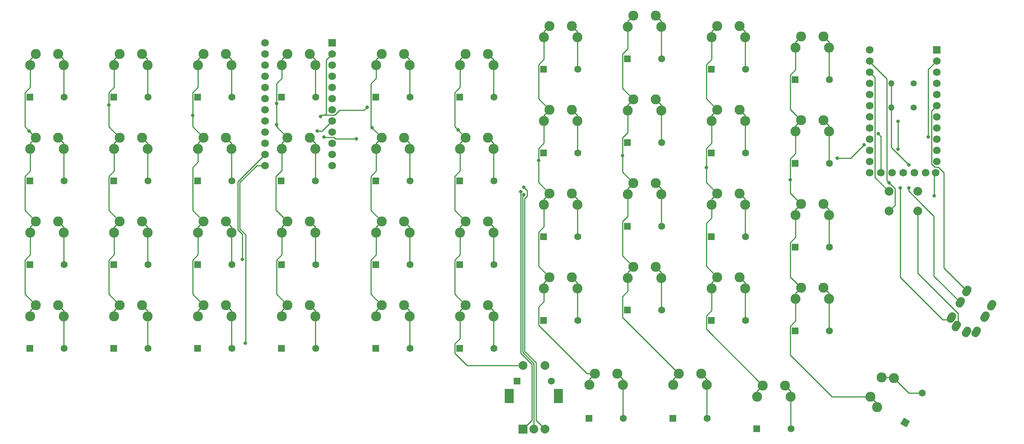
<source format=gbr>
%TF.GenerationSoftware,KiCad,Pcbnew,(5.1.9-0-10_14)*%
%TF.CreationDate,2021-09-05T14:47:07-05:00*%
%TF.ProjectId,wren-universal,7772656e-2d75-46e6-9976-657273616c2e,rev?*%
%TF.SameCoordinates,Original*%
%TF.FileFunction,Copper,L1,Top*%
%TF.FilePolarity,Positive*%
%FSLAX46Y46*%
G04 Gerber Fmt 4.6, Leading zero omitted, Abs format (unit mm)*
G04 Created by KiCad (PCBNEW (5.1.9-0-10_14)) date 2021-09-05 14:47:07*
%MOMM*%
%LPD*%
G01*
G04 APERTURE LIST*
%TA.AperFunction,ComponentPad*%
%ADD10C,2.286000*%
%TD*%
%TA.AperFunction,ComponentPad*%
%ADD11C,1.752600*%
%TD*%
%TA.AperFunction,ComponentPad*%
%ADD12R,1.752600X1.752600*%
%TD*%
%TA.AperFunction,ComponentPad*%
%ADD13C,1.600000*%
%TD*%
%TA.AperFunction,ComponentPad*%
%ADD14R,1.600000X1.600000*%
%TD*%
%TA.AperFunction,ComponentPad*%
%ADD15O,1.400000X1.400000*%
%TD*%
%TA.AperFunction,ComponentPad*%
%ADD16C,1.400000*%
%TD*%
%TA.AperFunction,ComponentPad*%
%ADD17C,0.100000*%
%TD*%
%TA.AperFunction,ComponentPad*%
%ADD18C,2.000000*%
%TD*%
%TA.AperFunction,ComponentPad*%
%ADD19R,2.000000X3.200000*%
%TD*%
%TA.AperFunction,ComponentPad*%
%ADD20R,2.000000X2.000000*%
%TD*%
%TA.AperFunction,ViaPad*%
%ADD21C,0.800000*%
%TD*%
%TA.AperFunction,Conductor*%
%ADD22C,0.250000*%
%TD*%
G04 APERTURE END LIST*
D10*
%TO.P,MX27,1*%
%TO.N,COL6*%
X102076250Y-98615500D03*
%TO.P,MX27,2*%
%TO.N,Net-(D27-Pad2)*%
X108426250Y-96075500D03*
%TO.P,MX27,1*%
%TO.N,COL6*%
X103346250Y-96075500D03*
%TO.P,MX27,2*%
%TO.N,Net-(D27-Pad2)*%
X109696250Y-98615500D03*
%TD*%
D11*
%TO.P,U2,24*%
%TO.N,N/C*%
X98244250Y-55435500D03*
%TO.P,U2,12*%
X113484250Y-83375500D03*
%TO.P,U2,23*%
X98244250Y-57975500D03*
%TO.P,U2,22*%
X98244250Y-60515500D03*
%TO.P,U2,21*%
X98244250Y-63055500D03*
%TO.P,U2,20*%
%TO.N,ROW0*%
X98244250Y-65595500D03*
%TO.P,U2,19*%
%TO.N,N/C*%
X98244250Y-68135500D03*
%TO.P,U2,18*%
X98244250Y-70675500D03*
%TO.P,U2,17*%
X98244250Y-73215500D03*
%TO.P,U2,16*%
X98244250Y-75755500D03*
%TO.P,U2,15*%
%TO.N,ROW1*%
X98244250Y-78295500D03*
%TO.P,U2,14*%
%TO.N,ROW2*%
X98244250Y-80835500D03*
%TO.P,U2,13*%
%TO.N,ROW3*%
X98244250Y-83375500D03*
%TO.P,U2,11*%
%TO.N,N/C*%
X113484250Y-80835500D03*
%TO.P,U2,10*%
X113484250Y-78295500D03*
%TO.P,U2,9*%
X113484250Y-75755500D03*
%TO.P,U2,8*%
%TO.N,COL9*%
X113484250Y-73215500D03*
%TO.P,U2,7*%
%TO.N,COL8*%
X113484250Y-70675500D03*
%TO.P,U2,6*%
%TO.N,N/C*%
X113484250Y-68135500D03*
%TO.P,U2,5*%
X113484250Y-65595500D03*
%TO.P,U2,4*%
X113484250Y-63055500D03*
%TO.P,U2,3*%
X113484250Y-60515500D03*
%TO.P,U2,2*%
%TO.N,COL7*%
X113484250Y-57975500D03*
D12*
%TO.P,U2,1*%
%TO.N,COL6*%
X113484250Y-55435500D03*
%TD*%
%TO.P,J1,3*%
%TO.N,VCC*%
%TA.AperFunction,ComponentPad*%
G36*
G01*
X260817011Y-117592649D02*
X261167011Y-116986431D01*
G75*
G02*
X262396434Y-116657008I779423J-450000D01*
G01*
X262396434Y-116657008D01*
G75*
G02*
X262725857Y-117886431I-450000J-779423D01*
G01*
X262375857Y-118492649D01*
G75*
G02*
X261146434Y-118822072I-779423J450000D01*
G01*
X261146434Y-118822072D01*
G75*
G02*
X260817011Y-117592649I450000J779423D01*
G01*
G37*
%TD.AperFunction*%
%TO.P,J1,2*%
%TO.N,SCL*%
%TA.AperFunction,ComponentPad*%
G36*
G01*
X262317011Y-114994573D02*
X262667011Y-114388355D01*
G75*
G02*
X263896434Y-114058932I779423J-450000D01*
G01*
X263896434Y-114058932D01*
G75*
G02*
X264225857Y-115288355I-450000J-779423D01*
G01*
X263875857Y-115894573D01*
G75*
G02*
X262646434Y-116223996I-779423J450000D01*
G01*
X262646434Y-116223996D01*
G75*
G02*
X262317011Y-114994573I450000J779423D01*
G01*
G37*
%TD.AperFunction*%
%TO.P,J1,1*%
%TO.N,SDA*%
%TA.AperFunction,ComponentPad*%
G36*
G01*
X258817011Y-121056751D02*
X259167011Y-120450533D01*
G75*
G02*
X260396434Y-120121110I779423J-450000D01*
G01*
X260396434Y-120121110D01*
G75*
G02*
X260725857Y-121350533I-450000J-779423D01*
G01*
X260375857Y-121956751D01*
G75*
G02*
X259146434Y-122286174I-779423J450000D01*
G01*
X259146434Y-122286174D01*
G75*
G02*
X258817011Y-121056751I450000J779423D01*
G01*
G37*
%TD.AperFunction*%
%TO.P,J1,4*%
%TO.N,GND*%
%TA.AperFunction,ComponentPad*%
G36*
G01*
X254283294Y-119709379D02*
X254633294Y-119103161D01*
G75*
G02*
X255862717Y-118773738I779423J-450000D01*
G01*
X255862717Y-118773738D01*
G75*
G02*
X256192140Y-120003161I-450000J-779423D01*
G01*
X255842140Y-120609379D01*
G75*
G02*
X254612717Y-120938802I-779423J450000D01*
G01*
X254612717Y-120938802D01*
G75*
G02*
X254283294Y-119709379I450000J779423D01*
G01*
G37*
%TD.AperFunction*%
%TO.P,J1,5*%
%TA.AperFunction,ComponentPad*%
G36*
G01*
X256621563Y-121059379D02*
X256971563Y-120453161D01*
G75*
G02*
X258200986Y-120123738I779423J-450000D01*
G01*
X258200986Y-120123738D01*
G75*
G02*
X258530409Y-121353161I-450000J-779423D01*
G01*
X258180409Y-121959379D01*
G75*
G02*
X256950986Y-122288802I-779423J450000D01*
G01*
X256950986Y-122288802D01*
G75*
G02*
X256621563Y-121059379I450000J779423D01*
G01*
G37*
%TD.AperFunction*%
%TO.P,J1,1*%
%TO.N,SDA*%
%TA.AperFunction,ComponentPad*%
G36*
G01*
X253187846Y-117806751D02*
X253537846Y-117200533D01*
G75*
G02*
X254767269Y-116871110I779423J-450000D01*
G01*
X254767269Y-116871110D01*
G75*
G02*
X255096692Y-118100533I-450000J-779423D01*
G01*
X254746692Y-118706751D01*
G75*
G02*
X253517269Y-119036174I-779423J450000D01*
G01*
X253517269Y-119036174D01*
G75*
G02*
X253187846Y-117806751I450000J779423D01*
G01*
G37*
%TD.AperFunction*%
%TO.P,J1,2*%
%TO.N,SCL*%
%TA.AperFunction,ComponentPad*%
G36*
G01*
X256687846Y-111744573D02*
X257037846Y-111138355D01*
G75*
G02*
X258267269Y-110808932I779423J-450000D01*
G01*
X258267269Y-110808932D01*
G75*
G02*
X258596692Y-112038355I-450000J-779423D01*
G01*
X258246692Y-112644573D01*
G75*
G02*
X257017269Y-112973996I-779423J450000D01*
G01*
X257017269Y-112973996D01*
G75*
G02*
X256687846Y-111744573I450000J779423D01*
G01*
G37*
%TD.AperFunction*%
%TO.P,J1,3*%
%TO.N,VCC*%
%TA.AperFunction,ComponentPad*%
G36*
G01*
X255187846Y-114342649D02*
X255537846Y-113736431D01*
G75*
G02*
X256767269Y-113407008I779423J-450000D01*
G01*
X256767269Y-113407008D01*
G75*
G02*
X257096692Y-114636431I-450000J-779423D01*
G01*
X256746692Y-115242649D01*
G75*
G02*
X255517269Y-115572072I-779423J450000D01*
G01*
X255517269Y-115572072D01*
G75*
G02*
X255187846Y-114342649I450000J779423D01*
G01*
G37*
%TD.AperFunction*%
%TD*%
D10*
%TO.P,MX39,1*%
%TO.N,COL8*%
X63976250Y-117665500D03*
%TO.P,MX39,2*%
%TO.N,Net-(D39-Pad2)*%
X70326250Y-115125500D03*
%TO.P,MX39,1*%
%TO.N,COL8*%
X65246250Y-115125500D03*
%TO.P,MX39,2*%
%TO.N,Net-(D39-Pad2)*%
X71596250Y-117665500D03*
%TD*%
%TO.P,MX36,1*%
%TO.N,COL5*%
X123507500Y-117665500D03*
%TO.P,MX36,2*%
%TO.N,Net-(D36-Pad2)*%
X129857500Y-115125500D03*
%TO.P,MX36,1*%
%TO.N,COL5*%
X124777500Y-115125500D03*
%TO.P,MX36,2*%
%TO.N,Net-(D36-Pad2)*%
X131127500Y-117665500D03*
%TD*%
%TO.P,MX21,1*%
%TO.N,COL0*%
X218757500Y-94646750D03*
%TO.P,MX21,2*%
%TO.N,Net-(D21-Pad2)*%
X225107500Y-92106750D03*
%TO.P,MX21,1*%
%TO.N,COL0*%
X220027500Y-92106750D03*
%TO.P,MX21,2*%
%TO.N,Net-(D21-Pad2)*%
X226377500Y-94646750D03*
%TD*%
%TO.P,MX41,1*%
%TO.N,COL0*%
X237284295Y-138332307D03*
%TO.P,MX41,2*%
%TO.N,Net-(D41-Pad2)*%
X238259591Y-131563045D03*
%TO.P,MX41,1*%
%TO.N,COL0*%
X235719591Y-135962455D03*
%TO.P,MX41,2*%
%TO.N,Net-(D41-Pad2)*%
X241094295Y-131733193D03*
%TD*%
%TO.P,MX10,1*%
%TO.N,COL9*%
X44926250Y-60515500D03*
%TO.P,MX10,2*%
%TO.N,Net-(D10-Pad2)*%
X51276250Y-57975500D03*
%TO.P,MX10,1*%
%TO.N,COL9*%
X46196250Y-57975500D03*
%TO.P,MX10,2*%
%TO.N,Net-(D10-Pad2)*%
X52546250Y-60515500D03*
%TD*%
%TO.P,MX15,1*%
%TO.N,COL4*%
X142557500Y-79565500D03*
%TO.P,MX15,2*%
%TO.N,Net-(D15-Pad2)*%
X148907500Y-77025500D03*
%TO.P,MX15,1*%
%TO.N,COL4*%
X143827500Y-77025500D03*
%TO.P,MX15,2*%
%TO.N,Net-(D15-Pad2)*%
X150177500Y-79565500D03*
%TD*%
%TO.P,MX44,1*%
%TO.N,COL3*%
X171920000Y-133254750D03*
%TO.P,MX44,2*%
%TO.N,Net-(D44-Pad2)*%
X178270000Y-130714750D03*
%TO.P,MX44,1*%
%TO.N,COL3*%
X173190000Y-130714750D03*
%TO.P,MX44,2*%
%TO.N,Net-(D44-Pad2)*%
X179540000Y-133254750D03*
%TD*%
%TO.P,MX43,1*%
%TO.N,COL2*%
X190970000Y-133254750D03*
%TO.P,MX43,2*%
%TO.N,Net-(D43-Pad2)*%
X197320000Y-130714750D03*
%TO.P,MX43,1*%
%TO.N,COL2*%
X192240000Y-130714750D03*
%TO.P,MX43,2*%
%TO.N,Net-(D43-Pad2)*%
X198590000Y-133254750D03*
%TD*%
%TO.P,MX42,1*%
%TO.N,COL1*%
X210020000Y-135921750D03*
%TO.P,MX42,2*%
%TO.N,Net-(D42-Pad2)*%
X216370000Y-133381750D03*
%TO.P,MX42,1*%
%TO.N,COL1*%
X211290000Y-133381750D03*
%TO.P,MX42,2*%
%TO.N,Net-(D42-Pad2)*%
X217640000Y-135921750D03*
%TD*%
%TO.P,MX40,1*%
%TO.N,COL9*%
X44926250Y-117665500D03*
%TO.P,MX40,2*%
%TO.N,Net-(D40-Pad2)*%
X51276250Y-115125500D03*
%TO.P,MX40,1*%
%TO.N,COL9*%
X46196250Y-115125500D03*
%TO.P,MX40,2*%
%TO.N,Net-(D40-Pad2)*%
X52546250Y-117665500D03*
%TD*%
%TO.P,MX38,1*%
%TO.N,COL7*%
X83026250Y-117665500D03*
%TO.P,MX38,2*%
%TO.N,Net-(D38-Pad2)*%
X89376250Y-115125500D03*
%TO.P,MX38,1*%
%TO.N,COL7*%
X84296250Y-115125500D03*
%TO.P,MX38,2*%
%TO.N,Net-(D38-Pad2)*%
X90646250Y-117665500D03*
%TD*%
%TO.P,MX37,1*%
%TO.N,COL6*%
X102076250Y-117665500D03*
%TO.P,MX37,2*%
%TO.N,Net-(D37-Pad2)*%
X108426250Y-115125500D03*
%TO.P,MX37,1*%
%TO.N,COL6*%
X103346250Y-115125500D03*
%TO.P,MX37,2*%
%TO.N,Net-(D37-Pad2)*%
X109696250Y-117665500D03*
%TD*%
%TO.P,MX35,1*%
%TO.N,COL4*%
X142557500Y-117665500D03*
%TO.P,MX35,2*%
%TO.N,Net-(D35-Pad2)*%
X148907500Y-115125500D03*
%TO.P,MX35,1*%
%TO.N,COL4*%
X143827500Y-115125500D03*
%TO.P,MX35,2*%
%TO.N,Net-(D35-Pad2)*%
X150177500Y-117665500D03*
%TD*%
%TO.P,MX34,1*%
%TO.N,COL3*%
X161607500Y-111315500D03*
%TO.P,MX34,2*%
%TO.N,Net-(D34-Pad2)*%
X167957500Y-108775500D03*
%TO.P,MX34,1*%
%TO.N,COL3*%
X162877500Y-108775500D03*
%TO.P,MX34,2*%
%TO.N,Net-(D34-Pad2)*%
X169227500Y-111315500D03*
%TD*%
%TO.P,MX33,1*%
%TO.N,COL2*%
X180657500Y-108934250D03*
%TO.P,MX33,2*%
%TO.N,Net-(D33-Pad2)*%
X187007500Y-106394250D03*
%TO.P,MX33,1*%
%TO.N,COL2*%
X181927500Y-106394250D03*
%TO.P,MX33,2*%
%TO.N,Net-(D33-Pad2)*%
X188277500Y-108934250D03*
%TD*%
%TO.P,MX32,1*%
%TO.N,COL1*%
X199707500Y-111315500D03*
%TO.P,MX32,2*%
%TO.N,Net-(D32-Pad2)*%
X206057500Y-108775500D03*
%TO.P,MX32,1*%
%TO.N,COL1*%
X200977500Y-108775500D03*
%TO.P,MX32,2*%
%TO.N,Net-(D32-Pad2)*%
X207327500Y-111315500D03*
%TD*%
%TO.P,MX31,1*%
%TO.N,COL0*%
X218757500Y-113696750D03*
%TO.P,MX31,2*%
%TO.N,Net-(D31-Pad2)*%
X225107500Y-111156750D03*
%TO.P,MX31,1*%
%TO.N,COL0*%
X220027500Y-111156750D03*
%TO.P,MX31,2*%
%TO.N,Net-(D31-Pad2)*%
X226377500Y-113696750D03*
%TD*%
%TO.P,MX30,1*%
%TO.N,COL9*%
X44926250Y-98615500D03*
%TO.P,MX30,2*%
%TO.N,Net-(D30-Pad2)*%
X51276250Y-96075500D03*
%TO.P,MX30,1*%
%TO.N,COL9*%
X46196250Y-96075500D03*
%TO.P,MX30,2*%
%TO.N,Net-(D30-Pad2)*%
X52546250Y-98615500D03*
%TD*%
%TO.P,MX29,1*%
%TO.N,COL8*%
X63976250Y-98615500D03*
%TO.P,MX29,2*%
%TO.N,Net-(D29-Pad2)*%
X70326250Y-96075500D03*
%TO.P,MX29,1*%
%TO.N,COL8*%
X65246250Y-96075500D03*
%TO.P,MX29,2*%
%TO.N,Net-(D29-Pad2)*%
X71596250Y-98615500D03*
%TD*%
%TO.P,MX28,1*%
%TO.N,COL7*%
X83026250Y-98615500D03*
%TO.P,MX28,2*%
%TO.N,Net-(D28-Pad2)*%
X89376250Y-96075500D03*
%TO.P,MX28,1*%
%TO.N,COL7*%
X84296250Y-96075500D03*
%TO.P,MX28,2*%
%TO.N,Net-(D28-Pad2)*%
X90646250Y-98615500D03*
%TD*%
%TO.P,MX26,1*%
%TO.N,COL5*%
X123507500Y-98615500D03*
%TO.P,MX26,2*%
%TO.N,Net-(D26-Pad2)*%
X129857500Y-96075500D03*
%TO.P,MX26,1*%
%TO.N,COL5*%
X124777500Y-96075500D03*
%TO.P,MX26,2*%
%TO.N,Net-(D26-Pad2)*%
X131127500Y-98615500D03*
%TD*%
%TO.P,MX25,1*%
%TO.N,COL4*%
X142557500Y-98615500D03*
%TO.P,MX25,2*%
%TO.N,Net-(D25-Pad2)*%
X148907500Y-96075500D03*
%TO.P,MX25,1*%
%TO.N,COL4*%
X143827500Y-96075500D03*
%TO.P,MX25,2*%
%TO.N,Net-(D25-Pad2)*%
X150177500Y-98615500D03*
%TD*%
%TO.P,MX24,1*%
%TO.N,COL3*%
X161607500Y-92265500D03*
%TO.P,MX24,2*%
%TO.N,Net-(D24-Pad2)*%
X167957500Y-89725500D03*
%TO.P,MX24,1*%
%TO.N,COL3*%
X162877500Y-89725500D03*
%TO.P,MX24,2*%
%TO.N,Net-(D24-Pad2)*%
X169227500Y-92265500D03*
%TD*%
%TO.P,MX23,1*%
%TO.N,COL2*%
X180657500Y-89884250D03*
%TO.P,MX23,2*%
%TO.N,Net-(D23-Pad2)*%
X187007500Y-87344250D03*
%TO.P,MX23,1*%
%TO.N,COL2*%
X181927500Y-87344250D03*
%TO.P,MX23,2*%
%TO.N,Net-(D23-Pad2)*%
X188277500Y-89884250D03*
%TD*%
%TO.P,MX22,1*%
%TO.N,COL1*%
X199707500Y-92265500D03*
%TO.P,MX22,2*%
%TO.N,Net-(D22-Pad2)*%
X206057500Y-89725500D03*
%TO.P,MX22,1*%
%TO.N,COL1*%
X200977500Y-89725500D03*
%TO.P,MX22,2*%
%TO.N,Net-(D22-Pad2)*%
X207327500Y-92265500D03*
%TD*%
%TO.P,MX20,1*%
%TO.N,COL9*%
X44926250Y-79565500D03*
%TO.P,MX20,2*%
%TO.N,Net-(D20-Pad2)*%
X51276250Y-77025500D03*
%TO.P,MX20,1*%
%TO.N,COL9*%
X46196250Y-77025500D03*
%TO.P,MX20,2*%
%TO.N,Net-(D20-Pad2)*%
X52546250Y-79565500D03*
%TD*%
%TO.P,MX19,1*%
%TO.N,COL8*%
X63976250Y-79565500D03*
%TO.P,MX19,2*%
%TO.N,Net-(D19-Pad2)*%
X70326250Y-77025500D03*
%TO.P,MX19,1*%
%TO.N,COL8*%
X65246250Y-77025500D03*
%TO.P,MX19,2*%
%TO.N,Net-(D19-Pad2)*%
X71596250Y-79565500D03*
%TD*%
%TO.P,MX18,1*%
%TO.N,COL7*%
X83026250Y-79565500D03*
%TO.P,MX18,2*%
%TO.N,Net-(D18-Pad2)*%
X89376250Y-77025500D03*
%TO.P,MX18,1*%
%TO.N,COL7*%
X84296250Y-77025500D03*
%TO.P,MX18,2*%
%TO.N,Net-(D18-Pad2)*%
X90646250Y-79565500D03*
%TD*%
%TO.P,MX17,1*%
%TO.N,COL6*%
X102076250Y-79565500D03*
%TO.P,MX17,2*%
%TO.N,Net-(D17-Pad2)*%
X108426250Y-77025500D03*
%TO.P,MX17,1*%
%TO.N,COL6*%
X103346250Y-77025500D03*
%TO.P,MX17,2*%
%TO.N,Net-(D17-Pad2)*%
X109696250Y-79565500D03*
%TD*%
%TO.P,MX16,1*%
%TO.N,COL5*%
X123507500Y-79565500D03*
%TO.P,MX16,2*%
%TO.N,Net-(D16-Pad2)*%
X129857500Y-77025500D03*
%TO.P,MX16,1*%
%TO.N,COL5*%
X124777500Y-77025500D03*
%TO.P,MX16,2*%
%TO.N,Net-(D16-Pad2)*%
X131127500Y-79565500D03*
%TD*%
%TO.P,MX14,1*%
%TO.N,COL3*%
X161607500Y-73215500D03*
%TO.P,MX14,2*%
%TO.N,Net-(D14-Pad2)*%
X167957500Y-70675500D03*
%TO.P,MX14,1*%
%TO.N,COL3*%
X162877500Y-70675500D03*
%TO.P,MX14,2*%
%TO.N,Net-(D14-Pad2)*%
X169227500Y-73215500D03*
%TD*%
%TO.P,MX13,1*%
%TO.N,COL2*%
X180657500Y-70834250D03*
%TO.P,MX13,2*%
%TO.N,Net-(D13-Pad2)*%
X187007500Y-68294250D03*
%TO.P,MX13,1*%
%TO.N,COL2*%
X181927500Y-68294250D03*
%TO.P,MX13,2*%
%TO.N,Net-(D13-Pad2)*%
X188277500Y-70834250D03*
%TD*%
%TO.P,MX12,1*%
%TO.N,COL1*%
X199707500Y-73215500D03*
%TO.P,MX12,2*%
%TO.N,Net-(D12-Pad2)*%
X206057500Y-70675500D03*
%TO.P,MX12,1*%
%TO.N,COL1*%
X200977500Y-70675500D03*
%TO.P,MX12,2*%
%TO.N,Net-(D12-Pad2)*%
X207327500Y-73215500D03*
%TD*%
%TO.P,MX11,1*%
%TO.N,COL0*%
X218757500Y-75596750D03*
%TO.P,MX11,2*%
%TO.N,Net-(D11-Pad2)*%
X225107500Y-73056750D03*
%TO.P,MX11,1*%
%TO.N,COL0*%
X220027500Y-73056750D03*
%TO.P,MX11,2*%
%TO.N,Net-(D11-Pad2)*%
X226377500Y-75596750D03*
%TD*%
%TO.P,MX9,1*%
%TO.N,COL8*%
X63976250Y-60515500D03*
%TO.P,MX9,2*%
%TO.N,Net-(D9-Pad2)*%
X70326250Y-57975500D03*
%TO.P,MX9,1*%
%TO.N,COL8*%
X65246250Y-57975500D03*
%TO.P,MX9,2*%
%TO.N,Net-(D9-Pad2)*%
X71596250Y-60515500D03*
%TD*%
%TO.P,MX8,1*%
%TO.N,COL7*%
X83026250Y-60515500D03*
%TO.P,MX8,2*%
%TO.N,Net-(D8-Pad2)*%
X89376250Y-57975500D03*
%TO.P,MX8,1*%
%TO.N,COL7*%
X84296250Y-57975500D03*
%TO.P,MX8,2*%
%TO.N,Net-(D8-Pad2)*%
X90646250Y-60515500D03*
%TD*%
%TO.P,MX7,1*%
%TO.N,COL6*%
X102076250Y-60515500D03*
%TO.P,MX7,2*%
%TO.N,Net-(D7-Pad2)*%
X108426250Y-57975500D03*
%TO.P,MX7,1*%
%TO.N,COL6*%
X103346250Y-57975500D03*
%TO.P,MX7,2*%
%TO.N,Net-(D7-Pad2)*%
X109696250Y-60515500D03*
%TD*%
%TO.P,MX6,1*%
%TO.N,COL5*%
X123507500Y-60515500D03*
%TO.P,MX6,2*%
%TO.N,Net-(D6-Pad2)*%
X129857500Y-57975500D03*
%TO.P,MX6,1*%
%TO.N,COL5*%
X124777500Y-57975500D03*
%TO.P,MX6,2*%
%TO.N,Net-(D6-Pad2)*%
X131127500Y-60515500D03*
%TD*%
%TO.P,MX5,1*%
%TO.N,COL4*%
X142557500Y-60515500D03*
%TO.P,MX5,2*%
%TO.N,Net-(D5-Pad2)*%
X148907500Y-57975500D03*
%TO.P,MX5,1*%
%TO.N,COL4*%
X143827500Y-57975500D03*
%TO.P,MX5,2*%
%TO.N,Net-(D5-Pad2)*%
X150177500Y-60515500D03*
%TD*%
%TO.P,MX4,1*%
%TO.N,COL3*%
X161607500Y-54165500D03*
%TO.P,MX4,2*%
%TO.N,Net-(D4-Pad2)*%
X167957500Y-51625500D03*
%TO.P,MX4,1*%
%TO.N,COL3*%
X162877500Y-51625500D03*
%TO.P,MX4,2*%
%TO.N,Net-(D4-Pad2)*%
X169227500Y-54165500D03*
%TD*%
%TO.P,MX3,1*%
%TO.N,COL2*%
X180657500Y-51784250D03*
%TO.P,MX3,2*%
%TO.N,Net-(D3-Pad2)*%
X187007500Y-49244250D03*
%TO.P,MX3,1*%
%TO.N,COL2*%
X181927500Y-49244250D03*
%TO.P,MX3,2*%
%TO.N,Net-(D3-Pad2)*%
X188277500Y-51784250D03*
%TD*%
%TO.P,MX2,1*%
%TO.N,COL1*%
X199707500Y-54165500D03*
%TO.P,MX2,2*%
%TO.N,Net-(D2-Pad2)*%
X206057500Y-51625500D03*
%TO.P,MX2,1*%
%TO.N,COL1*%
X200977500Y-51625500D03*
%TO.P,MX2,2*%
%TO.N,Net-(D2-Pad2)*%
X207327500Y-54165500D03*
%TD*%
%TO.P,MX1,1*%
%TO.N,COL0*%
X218757500Y-56546750D03*
%TO.P,MX1,2*%
%TO.N,Net-(D1-Pad2)*%
X225107500Y-54006750D03*
%TO.P,MX1,1*%
%TO.N,COL0*%
X220027500Y-54006750D03*
%TO.P,MX1,2*%
%TO.N,Net-(D1-Pad2)*%
X226377500Y-56546750D03*
%TD*%
D11*
%TO.P,U1,25*%
%TO.N,N/C*%
X248285000Y-84963000D03*
%TO.P,U1,26*%
X245745000Y-84963000D03*
%TO.P,U1,27*%
X243205000Y-84963000D03*
%TO.P,U1,28*%
X240665000Y-84963000D03*
%TO.P,U1,29*%
%TO.N,COL9*%
X238125000Y-84963000D03*
%TO.P,U1,24*%
%TO.N,N/C*%
X235585000Y-57023000D03*
%TO.P,U1,12*%
%TO.N,ROW4*%
X250596400Y-84963000D03*
%TO.P,U1,23*%
%TO.N,GND*%
X235585000Y-59563000D03*
%TO.P,U1,22*%
%TO.N,Net-(SW0-Pad1)*%
X235585000Y-62103000D03*
%TO.P,U1,21*%
%TO.N,VCC*%
X235585000Y-64643000D03*
%TO.P,U1,20*%
%TO.N,COL7*%
X235585000Y-67183000D03*
%TO.P,U1,19*%
%TO.N,COL6*%
X235585000Y-69723000D03*
%TO.P,U1,18*%
%TO.N,COL5*%
X235585000Y-72263000D03*
%TO.P,U1,17*%
%TO.N,COL4*%
X235585000Y-74803000D03*
%TO.P,U1,16*%
%TO.N,COL3*%
X235585000Y-77343000D03*
%TO.P,U1,15*%
%TO.N,COL2*%
X235585000Y-79883000D03*
%TO.P,U1,14*%
%TO.N,COL1*%
X235585000Y-82423000D03*
%TO.P,U1,13*%
%TO.N,COL0*%
X235585000Y-84963000D03*
%TO.P,U1,11*%
%TO.N,RIGHT*%
X250825000Y-82423000D03*
%TO.P,U1,10*%
%TO.N,LEFT*%
X250825000Y-79883000D03*
%TO.P,U1,9*%
%TO.N,COL8*%
X250825000Y-77343000D03*
%TO.P,U1,8*%
%TO.N,ROW2*%
X250825000Y-74803000D03*
%TO.P,U1,7*%
%TO.N,ROW3*%
X250825000Y-72263000D03*
%TO.P,U1,6*%
%TO.N,SCL*%
X250825000Y-69723000D03*
%TO.P,U1,5*%
%TO.N,SDA*%
X250825000Y-67183000D03*
%TO.P,U1,4*%
%TO.N,N/C*%
X250825000Y-64643000D03*
%TO.P,U1,3*%
X250825000Y-62103000D03*
%TO.P,U1,2*%
%TO.N,ROW1*%
X250825000Y-59563000D03*
D12*
%TO.P,U1,1*%
%TO.N,ROW0*%
X250825000Y-57023000D03*
%TD*%
D13*
%TO.P,D43,2*%
%TO.N,Net-(D43-Pad2)*%
X198680000Y-140843000D03*
D14*
%TO.P,D43,1*%
%TO.N,ROW4*%
X190880000Y-140843000D03*
%TD*%
D15*
%TO.P,R2,2*%
%TO.N,VCC*%
X240490000Y-70199250D03*
D16*
%TO.P,R2,1*%
%TO.N,SCL*%
X245570000Y-70199250D03*
%TD*%
D15*
%TO.P,R1,2*%
%TO.N,VCC*%
X240490000Y-64643000D03*
D16*
%TO.P,R1,1*%
%TO.N,SDA*%
X245570000Y-64643000D03*
%TD*%
D13*
%TO.P,D45,2*%
%TO.N,ENC1-IN*%
X163247000Y-132365750D03*
D14*
%TO.P,D45,1*%
%TO.N,ROW4*%
X155447000Y-132365750D03*
%TD*%
D13*
%TO.P,D44,2*%
%TO.N,Net-(D44-Pad2)*%
X179630000Y-140843000D03*
D14*
%TO.P,D44,1*%
%TO.N,ROW4*%
X171830000Y-140843000D03*
%TD*%
D13*
%TO.P,D42,2*%
%TO.N,Net-(D42-Pad2)*%
X217730000Y-143224250D03*
D14*
%TO.P,D42,1*%
%TO.N,ROW4*%
X209930000Y-143224250D03*
%TD*%
D13*
%TO.P,D41,2*%
%TO.N,Net-(D41-Pad2)*%
X247523000Y-135084251D03*
%TA.AperFunction,ComponentPad*%
D17*
%TO.P,D41,1*%
%TO.N,ROW4*%
G36*
X243915820Y-142932069D02*
G01*
X242530180Y-142132069D01*
X243330180Y-140746429D01*
X244715820Y-141546429D01*
X243915820Y-142932069D01*
G37*
%TD.AperFunction*%
%TD*%
D13*
%TO.P,D40,2*%
%TO.N,Net-(D40-Pad2)*%
X52630000Y-124968000D03*
D14*
%TO.P,D40,1*%
%TO.N,ROW3*%
X44830000Y-124968000D03*
%TD*%
D13*
%TO.P,D39,2*%
%TO.N,Net-(D39-Pad2)*%
X71680000Y-124968000D03*
D14*
%TO.P,D39,1*%
%TO.N,ROW3*%
X63880000Y-124968000D03*
%TD*%
D13*
%TO.P,D38,2*%
%TO.N,Net-(D38-Pad2)*%
X90730000Y-124968000D03*
D14*
%TO.P,D38,1*%
%TO.N,ROW3*%
X82930000Y-124968000D03*
%TD*%
D13*
%TO.P,D37,2*%
%TO.N,Net-(D37-Pad2)*%
X109780000Y-124968000D03*
D14*
%TO.P,D37,1*%
%TO.N,ROW3*%
X101980000Y-124968000D03*
%TD*%
D13*
%TO.P,D36,2*%
%TO.N,Net-(D36-Pad2)*%
X131211250Y-124968000D03*
D14*
%TO.P,D36,1*%
%TO.N,ROW3*%
X123411250Y-124968000D03*
%TD*%
D13*
%TO.P,D35,2*%
%TO.N,Net-(D35-Pad2)*%
X150261250Y-124968000D03*
D14*
%TO.P,D35,1*%
%TO.N,ROW3*%
X142461250Y-124968000D03*
%TD*%
D13*
%TO.P,D34,2*%
%TO.N,Net-(D34-Pad2)*%
X169311250Y-118618000D03*
D14*
%TO.P,D34,1*%
%TO.N,ROW3*%
X161511250Y-118618000D03*
%TD*%
D13*
%TO.P,D33,2*%
%TO.N,Net-(D33-Pad2)*%
X188361250Y-116236750D03*
D14*
%TO.P,D33,1*%
%TO.N,ROW3*%
X180561250Y-116236750D03*
%TD*%
D13*
%TO.P,D32,2*%
%TO.N,Net-(D32-Pad2)*%
X207411250Y-118618000D03*
D14*
%TO.P,D32,1*%
%TO.N,ROW3*%
X199611250Y-118618000D03*
%TD*%
D13*
%TO.P,D31,2*%
%TO.N,Net-(D31-Pad2)*%
X226461250Y-120999250D03*
D14*
%TO.P,D31,1*%
%TO.N,ROW3*%
X218661250Y-120999250D03*
%TD*%
D13*
%TO.P,D30,2*%
%TO.N,Net-(D30-Pad2)*%
X52630000Y-105918000D03*
D14*
%TO.P,D30,1*%
%TO.N,ROW2*%
X44830000Y-105918000D03*
%TD*%
D13*
%TO.P,D29,2*%
%TO.N,Net-(D29-Pad2)*%
X71680000Y-105918000D03*
D14*
%TO.P,D29,1*%
%TO.N,ROW2*%
X63880000Y-105918000D03*
%TD*%
D13*
%TO.P,D28,2*%
%TO.N,Net-(D28-Pad2)*%
X90730000Y-105918000D03*
D14*
%TO.P,D28,1*%
%TO.N,ROW2*%
X82930000Y-105918000D03*
%TD*%
D13*
%TO.P,D27,2*%
%TO.N,Net-(D27-Pad2)*%
X109780000Y-105918000D03*
D14*
%TO.P,D27,1*%
%TO.N,ROW2*%
X101980000Y-105918000D03*
%TD*%
D13*
%TO.P,D26,2*%
%TO.N,Net-(D26-Pad2)*%
X131211250Y-105918000D03*
D14*
%TO.P,D26,1*%
%TO.N,ROW2*%
X123411250Y-105918000D03*
%TD*%
D13*
%TO.P,D25,2*%
%TO.N,Net-(D25-Pad2)*%
X150261250Y-105918000D03*
D14*
%TO.P,D25,1*%
%TO.N,ROW2*%
X142461250Y-105918000D03*
%TD*%
D13*
%TO.P,D24,2*%
%TO.N,Net-(D24-Pad2)*%
X169311250Y-99568000D03*
D14*
%TO.P,D24,1*%
%TO.N,ROW2*%
X161511250Y-99568000D03*
%TD*%
D13*
%TO.P,D23,2*%
%TO.N,Net-(D23-Pad2)*%
X188361250Y-97186750D03*
D14*
%TO.P,D23,1*%
%TO.N,ROW2*%
X180561250Y-97186750D03*
%TD*%
D13*
%TO.P,D22,2*%
%TO.N,Net-(D22-Pad2)*%
X207411250Y-99568000D03*
D14*
%TO.P,D22,1*%
%TO.N,ROW2*%
X199611250Y-99568000D03*
%TD*%
D13*
%TO.P,D21,2*%
%TO.N,Net-(D21-Pad2)*%
X226461250Y-101949250D03*
D14*
%TO.P,D21,1*%
%TO.N,ROW2*%
X218661250Y-101949250D03*
%TD*%
D13*
%TO.P,D20,2*%
%TO.N,Net-(D20-Pad2)*%
X52630000Y-86868000D03*
D14*
%TO.P,D20,1*%
%TO.N,ROW1*%
X44830000Y-86868000D03*
%TD*%
D13*
%TO.P,D19,2*%
%TO.N,Net-(D19-Pad2)*%
X71680000Y-86868000D03*
D14*
%TO.P,D19,1*%
%TO.N,ROW1*%
X63880000Y-86868000D03*
%TD*%
D13*
%TO.P,D18,2*%
%TO.N,Net-(D18-Pad2)*%
X90730000Y-86868000D03*
D14*
%TO.P,D18,1*%
%TO.N,ROW1*%
X82930000Y-86868000D03*
%TD*%
D13*
%TO.P,D17,2*%
%TO.N,Net-(D17-Pad2)*%
X109653000Y-86868000D03*
D14*
%TO.P,D17,1*%
%TO.N,ROW1*%
X101853000Y-86868000D03*
%TD*%
D13*
%TO.P,D16,2*%
%TO.N,Net-(D16-Pad2)*%
X131211250Y-86868000D03*
D14*
%TO.P,D16,1*%
%TO.N,ROW1*%
X123411250Y-86868000D03*
%TD*%
D13*
%TO.P,D15,2*%
%TO.N,Net-(D15-Pad2)*%
X150261250Y-86868000D03*
D14*
%TO.P,D15,1*%
%TO.N,ROW1*%
X142461250Y-86868000D03*
%TD*%
D13*
%TO.P,D14,2*%
%TO.N,Net-(D14-Pad2)*%
X169311250Y-80518000D03*
D14*
%TO.P,D14,1*%
%TO.N,ROW1*%
X161511250Y-80518000D03*
%TD*%
D13*
%TO.P,D13,2*%
%TO.N,Net-(D13-Pad2)*%
X188361250Y-78136750D03*
D14*
%TO.P,D13,1*%
%TO.N,ROW1*%
X180561250Y-78136750D03*
%TD*%
D13*
%TO.P,D12,2*%
%TO.N,Net-(D12-Pad2)*%
X207411250Y-80518000D03*
D14*
%TO.P,D12,1*%
%TO.N,ROW1*%
X199611250Y-80518000D03*
%TD*%
D13*
%TO.P,D11,2*%
%TO.N,Net-(D11-Pad2)*%
X226461250Y-82899250D03*
D14*
%TO.P,D11,1*%
%TO.N,ROW1*%
X218661250Y-82899250D03*
%TD*%
D13*
%TO.P,D10,2*%
%TO.N,Net-(D10-Pad2)*%
X52630000Y-67818000D03*
D14*
%TO.P,D10,1*%
%TO.N,ROW0*%
X44830000Y-67818000D03*
%TD*%
D13*
%TO.P,D9,2*%
%TO.N,Net-(D9-Pad2)*%
X71680000Y-67818000D03*
D14*
%TO.P,D9,1*%
%TO.N,ROW0*%
X63880000Y-67818000D03*
%TD*%
D13*
%TO.P,D8,2*%
%TO.N,Net-(D8-Pad2)*%
X90730000Y-67818000D03*
D14*
%TO.P,D8,1*%
%TO.N,ROW0*%
X82930000Y-67818000D03*
%TD*%
D13*
%TO.P,D7,2*%
%TO.N,Net-(D7-Pad2)*%
X109780000Y-67818000D03*
D14*
%TO.P,D7,1*%
%TO.N,ROW0*%
X101980000Y-67818000D03*
%TD*%
D13*
%TO.P,D6,2*%
%TO.N,Net-(D6-Pad2)*%
X131211250Y-67818000D03*
D14*
%TO.P,D6,1*%
%TO.N,ROW0*%
X123411250Y-67818000D03*
%TD*%
D13*
%TO.P,D5,2*%
%TO.N,Net-(D5-Pad2)*%
X150261250Y-67818000D03*
D14*
%TO.P,D5,1*%
%TO.N,ROW0*%
X142461250Y-67818000D03*
%TD*%
D13*
%TO.P,D4,2*%
%TO.N,Net-(D4-Pad2)*%
X169311250Y-61468000D03*
D14*
%TO.P,D4,1*%
%TO.N,ROW0*%
X161511250Y-61468000D03*
%TD*%
D13*
%TO.P,D3,2*%
%TO.N,Net-(D3-Pad2)*%
X188361250Y-59086750D03*
D14*
%TO.P,D3,1*%
%TO.N,ROW0*%
X180561250Y-59086750D03*
%TD*%
D13*
%TO.P,D2,2*%
%TO.N,Net-(D2-Pad2)*%
X207411250Y-61468000D03*
D14*
%TO.P,D2,1*%
%TO.N,ROW0*%
X199611250Y-61468000D03*
%TD*%
D13*
%TO.P,D1,2*%
%TO.N,Net-(D1-Pad2)*%
X226461250Y-63849250D03*
D14*
%TO.P,D1,1*%
%TO.N,ROW0*%
X218661250Y-63849250D03*
%TD*%
D18*
%TO.P,ENC1,S1*%
%TO.N,ENC1-IN*%
X161807000Y-128809750D03*
%TO.P,ENC1,S2*%
%TO.N,COL4*%
X156807000Y-128809750D03*
D19*
%TO.P,ENC1,MP*%
%TO.N,N/C*%
X164907000Y-135809750D03*
X153707000Y-135809750D03*
D18*
%TO.P,ENC1,B*%
%TO.N,RIGHT*%
X161807000Y-143309750D03*
%TO.P,ENC1,C*%
%TO.N,GND*%
X159307000Y-143309750D03*
D20*
%TO.P,ENC1,A*%
%TO.N,LEFT*%
X156807000Y-143309750D03*
%TD*%
D18*
%TO.P,SW0,1*%
%TO.N,Net-(SW0-Pad1)*%
X246466500Y-89249250D03*
%TO.P,SW0,2*%
%TO.N,GND*%
X246466500Y-93749250D03*
%TO.P,SW0,1*%
%TO.N,Net-(SW0-Pad1)*%
X239966500Y-89249250D03*
%TO.P,SW0,2*%
%TO.N,GND*%
X239966500Y-93749250D03*
%TD*%
D21*
%TO.N,ROW1*%
X228212750Y-81724500D03*
X234308750Y-78676500D03*
X248898699Y-76898500D03*
%TO.N,ROW2*%
X93084750Y-104711500D03*
%TO.N,ROW3*%
X93719750Y-123761500D03*
%TO.N,ROW4*%
X250183750Y-90233500D03*
%TO.N,COL0*%
X217536249Y-86569279D03*
%TO.N,COL1*%
X198486249Y-83825768D03*
%TO.N,COL2*%
X179436249Y-81094750D03*
%TO.N,COL3*%
X160386249Y-82223999D03*
%TO.N,COL4*%
X142073472Y-75271472D03*
%TO.N,COL5*%
X122520125Y-74768125D03*
%TO.N,COL6*%
X100854999Y-69255251D03*
X100854999Y-74081251D03*
%TO.N,COL7*%
X121405750Y-70055501D03*
X110829000Y-72176251D03*
X81804999Y-71968749D03*
%TO.N,COL8*%
X62754999Y-69555749D03*
%TO.N,COL9*%
X237511300Y-76136500D03*
X118992750Y-77279500D03*
X44685000Y-75514250D03*
X110102750Y-75501500D03*
X111626750Y-76898500D03*
%TO.N,VCC*%
X244437000Y-83216750D03*
X244437000Y-88423750D03*
%TO.N,SDA*%
X242024000Y-73310750D03*
X242532000Y-88423750D03*
X242024000Y-79660750D03*
%TO.N,GND*%
X239975501Y-87297249D03*
X157024000Y-90019858D03*
%TO.N,LEFT*%
X156299000Y-89312750D03*
%TO.N,RIGHT*%
X157024000Y-88296750D03*
%TD*%
D22*
%TO.N,Net-(D1-Pad2)*%
X226377500Y-55276750D02*
X226377500Y-56546750D01*
X225107500Y-54006750D02*
X226377500Y-55276750D01*
X226377500Y-63765500D02*
X226461250Y-63849250D01*
X226377500Y-56546750D02*
X226377500Y-63765500D01*
%TO.N,Net-(D2-Pad2)*%
X207327500Y-52895500D02*
X207327500Y-54165500D01*
X206057500Y-51625500D02*
X207327500Y-52895500D01*
X207327500Y-61384250D02*
X207411250Y-61468000D01*
X207327500Y-54165500D02*
X207327500Y-61384250D01*
%TO.N,Net-(D3-Pad2)*%
X188277500Y-50514250D02*
X188277500Y-51784250D01*
X187007500Y-49244250D02*
X188277500Y-50514250D01*
X188277500Y-59003000D02*
X188361250Y-59086750D01*
X188277500Y-51784250D02*
X188277500Y-59003000D01*
%TO.N,Net-(D4-Pad2)*%
X169227500Y-52895500D02*
X169227500Y-54165500D01*
X167957500Y-51625500D02*
X169227500Y-52895500D01*
X169227500Y-61384250D02*
X169311250Y-61468000D01*
X169227500Y-54165500D02*
X169227500Y-61384250D01*
%TO.N,Net-(D5-Pad2)*%
X150177500Y-59245500D02*
X150177500Y-60515500D01*
X148907500Y-57975500D02*
X150177500Y-59245500D01*
X150177500Y-67734250D02*
X150261250Y-67818000D01*
X150177500Y-60515500D02*
X150177500Y-67734250D01*
%TO.N,Net-(D6-Pad2)*%
X131127500Y-59245500D02*
X131127500Y-60515500D01*
X129857500Y-57975500D02*
X131127500Y-59245500D01*
X131127500Y-67734250D02*
X131211250Y-67818000D01*
X131127500Y-60515500D02*
X131127500Y-67734250D01*
%TO.N,Net-(D7-Pad2)*%
X109696250Y-59245500D02*
X109696250Y-60515500D01*
X108426250Y-57975500D02*
X109696250Y-59245500D01*
X109696250Y-67734250D02*
X109780000Y-67818000D01*
X109696250Y-60515500D02*
X109696250Y-67734250D01*
%TO.N,Net-(D8-Pad2)*%
X90646250Y-59245500D02*
X90646250Y-60515500D01*
X89376250Y-57975500D02*
X90646250Y-59245500D01*
X90646250Y-67734250D02*
X90730000Y-67818000D01*
X90646250Y-60515500D02*
X90646250Y-67734250D01*
%TO.N,Net-(D9-Pad2)*%
X71596250Y-59245500D02*
X71596250Y-60515500D01*
X70326250Y-57975500D02*
X71596250Y-59245500D01*
X71596250Y-67734250D02*
X71680000Y-67818000D01*
X71596250Y-60515500D02*
X71596250Y-67734250D01*
%TO.N,Net-(D10-Pad2)*%
X52546250Y-59245500D02*
X52546250Y-60515500D01*
X51276250Y-57975500D02*
X52546250Y-59245500D01*
X52546250Y-67734250D02*
X52630000Y-67818000D01*
X52546250Y-60515500D02*
X52546250Y-67734250D01*
%TO.N,Net-(D11-Pad2)*%
X226377500Y-74326750D02*
X226377500Y-75596750D01*
X225107500Y-73056750D02*
X226377500Y-74326750D01*
X226377500Y-82815500D02*
X226461250Y-82899250D01*
X226377500Y-75596750D02*
X226377500Y-82815500D01*
%TO.N,ROW1*%
X231260750Y-81724500D02*
X234308750Y-78676500D01*
X228212750Y-81724500D02*
X231260750Y-81724500D01*
X248898699Y-61489301D02*
X250825000Y-59563000D01*
X248898699Y-76898500D02*
X248898699Y-61489301D01*
%TO.N,Net-(D12-Pad2)*%
X207327500Y-71945500D02*
X207327500Y-73215500D01*
X206057500Y-70675500D02*
X207327500Y-71945500D01*
X207327500Y-80434250D02*
X207411250Y-80518000D01*
X207327500Y-73215500D02*
X207327500Y-80434250D01*
%TO.N,Net-(D13-Pad2)*%
X188277500Y-69564250D02*
X188277500Y-70834250D01*
X187007500Y-68294250D02*
X188277500Y-69564250D01*
X188277500Y-78053000D02*
X188361250Y-78136750D01*
X188277500Y-70834250D02*
X188277500Y-78053000D01*
%TO.N,Net-(D14-Pad2)*%
X169227500Y-71945500D02*
X169227500Y-73215500D01*
X167957500Y-70675500D02*
X169227500Y-71945500D01*
X169227500Y-80434250D02*
X169311250Y-80518000D01*
X169227500Y-73215500D02*
X169227500Y-80434250D01*
%TO.N,Net-(D15-Pad2)*%
X150177500Y-78295500D02*
X150177500Y-79565500D01*
X148907500Y-77025500D02*
X150177500Y-78295500D01*
X150177500Y-86784250D02*
X150261250Y-86868000D01*
X150177500Y-79565500D02*
X150177500Y-86784250D01*
%TO.N,Net-(D16-Pad2)*%
X131127500Y-78295500D02*
X131127500Y-79565500D01*
X129857500Y-77025500D02*
X131127500Y-78295500D01*
X131127500Y-86784250D02*
X131211250Y-86868000D01*
X131127500Y-79565500D02*
X131127500Y-86784250D01*
%TO.N,Net-(D17-Pad2)*%
X109696250Y-78295500D02*
X109696250Y-79565500D01*
X108426250Y-77025500D02*
X109696250Y-78295500D01*
X109696250Y-86824750D02*
X109653000Y-86868000D01*
X109696250Y-79565500D02*
X109696250Y-86824750D01*
%TO.N,Net-(D18-Pad2)*%
X90646250Y-78295500D02*
X90646250Y-79565500D01*
X89376250Y-77025500D02*
X90646250Y-78295500D01*
X90646250Y-86784250D02*
X90730000Y-86868000D01*
X90646250Y-79565500D02*
X90646250Y-86784250D01*
%TO.N,Net-(D19-Pad2)*%
X71596250Y-78295500D02*
X71596250Y-79565500D01*
X70326250Y-77025500D02*
X71596250Y-78295500D01*
X71596250Y-86784250D02*
X71680000Y-86868000D01*
X71596250Y-79565500D02*
X71596250Y-86784250D01*
%TO.N,Net-(D20-Pad2)*%
X52546250Y-78295500D02*
X52546250Y-79565500D01*
X51276250Y-77025500D02*
X52546250Y-78295500D01*
X52546250Y-86784250D02*
X52630000Y-86868000D01*
X52546250Y-79565500D02*
X52546250Y-86784250D01*
%TO.N,Net-(D21-Pad2)*%
X226377500Y-93376750D02*
X226377500Y-94646750D01*
X225107500Y-92106750D02*
X226377500Y-93376750D01*
X226377500Y-101865500D02*
X226461250Y-101949250D01*
X226377500Y-94646750D02*
X226377500Y-101865500D01*
%TO.N,ROW2*%
X98244250Y-80835500D02*
X92068750Y-87011000D01*
X92068750Y-87011000D02*
X92068750Y-97980500D01*
X93092151Y-99003901D02*
X93092151Y-104704099D01*
X92068750Y-97980500D02*
X93092151Y-99003901D01*
X93092151Y-104704099D02*
X93084750Y-104711500D01*
%TO.N,Net-(D22-Pad2)*%
X207327500Y-90995500D02*
X207327500Y-92265500D01*
X206057500Y-89725500D02*
X207327500Y-90995500D01*
X207327500Y-99484250D02*
X207411250Y-99568000D01*
X207327500Y-92265500D02*
X207327500Y-99484250D01*
%TO.N,Net-(D23-Pad2)*%
X188277500Y-88614250D02*
X188277500Y-89884250D01*
X187007500Y-87344250D02*
X188277500Y-88614250D01*
X188277500Y-97103000D02*
X188361250Y-97186750D01*
X188277500Y-89884250D02*
X188277500Y-97103000D01*
%TO.N,Net-(D24-Pad2)*%
X169227500Y-90995500D02*
X169227500Y-92265500D01*
X167957500Y-89725500D02*
X169227500Y-90995500D01*
X169227500Y-99484250D02*
X169311250Y-99568000D01*
X169227500Y-92265500D02*
X169227500Y-99484250D01*
%TO.N,Net-(D25-Pad2)*%
X150177500Y-97345500D02*
X150177500Y-98615500D01*
X148907500Y-96075500D02*
X150177500Y-97345500D01*
X150177500Y-105834250D02*
X150261250Y-105918000D01*
X150177500Y-98615500D02*
X150177500Y-105834250D01*
%TO.N,Net-(D26-Pad2)*%
X131127500Y-97345500D02*
X131127500Y-98615500D01*
X129857500Y-96075500D02*
X131127500Y-97345500D01*
X131127500Y-105834250D02*
X131211250Y-105918000D01*
X131127500Y-98615500D02*
X131127500Y-105834250D01*
%TO.N,Net-(D27-Pad2)*%
X109696250Y-97345500D02*
X109696250Y-98615500D01*
X108426250Y-96075500D02*
X109696250Y-97345500D01*
X109696250Y-105834250D02*
X109780000Y-105918000D01*
X109696250Y-98615500D02*
X109696250Y-105834250D01*
%TO.N,Net-(D28-Pad2)*%
X90646250Y-97345500D02*
X90646250Y-98615500D01*
X89376250Y-96075500D02*
X90646250Y-97345500D01*
X90646250Y-105834250D02*
X90730000Y-105918000D01*
X90646250Y-98615500D02*
X90646250Y-105834250D01*
%TO.N,Net-(D29-Pad2)*%
X71596250Y-97345500D02*
X71596250Y-98615500D01*
X70326250Y-96075500D02*
X71596250Y-97345500D01*
X71596250Y-105834250D02*
X71680000Y-105918000D01*
X71596250Y-98615500D02*
X71596250Y-105834250D01*
%TO.N,Net-(D30-Pad2)*%
X52546250Y-97345500D02*
X52546250Y-98615500D01*
X51276250Y-96075500D02*
X52546250Y-97345500D01*
X52546250Y-105834250D02*
X52630000Y-105918000D01*
X52546250Y-98615500D02*
X52546250Y-105834250D01*
%TO.N,Net-(D31-Pad2)*%
X226377500Y-112426750D02*
X226377500Y-113696750D01*
X225107500Y-111156750D02*
X226377500Y-112426750D01*
X226377500Y-120915500D02*
X226461250Y-120999250D01*
X226377500Y-113696750D02*
X226377500Y-120915500D01*
%TO.N,ROW3*%
X93809751Y-99085091D02*
X93809751Y-123671499D01*
X96340660Y-83375500D02*
X92518760Y-87197400D01*
X92518760Y-87197400D02*
X92518760Y-97794100D01*
X98244250Y-83375500D02*
X96340660Y-83375500D01*
X93809751Y-123671499D02*
X93719750Y-123761500D01*
X92518760Y-97794100D02*
X93809751Y-99085091D01*
%TO.N,Net-(D32-Pad2)*%
X207327500Y-110045500D02*
X207327500Y-111315500D01*
X206057500Y-108775500D02*
X207327500Y-110045500D01*
X207327500Y-118534250D02*
X207411250Y-118618000D01*
X207327500Y-111315500D02*
X207327500Y-118534250D01*
%TO.N,Net-(D33-Pad2)*%
X188277500Y-107664250D02*
X188277500Y-108934250D01*
X187007500Y-106394250D02*
X188277500Y-107664250D01*
X188277500Y-116153000D02*
X188361250Y-116236750D01*
X188277500Y-108934250D02*
X188277500Y-116153000D01*
%TO.N,Net-(D34-Pad2)*%
X169227500Y-110045500D02*
X169227500Y-111315500D01*
X167957500Y-108775500D02*
X169227500Y-110045500D01*
X169227500Y-118534250D02*
X169311250Y-118618000D01*
X169227500Y-111315500D02*
X169227500Y-118534250D01*
%TO.N,Net-(D35-Pad2)*%
X150177500Y-116395500D02*
X150177500Y-117665500D01*
X148907500Y-115125500D02*
X150177500Y-116395500D01*
X150177500Y-124884250D02*
X150261250Y-124968000D01*
X150177500Y-117665500D02*
X150177500Y-124884250D01*
%TO.N,Net-(D36-Pad2)*%
X131127500Y-116395500D02*
X131127500Y-117665500D01*
X129857500Y-115125500D02*
X131127500Y-116395500D01*
X131127500Y-124884250D02*
X131211250Y-124968000D01*
X131127500Y-117665500D02*
X131127500Y-124884250D01*
%TO.N,Net-(D37-Pad2)*%
X109696250Y-116395500D02*
X109696250Y-117665500D01*
X108426250Y-115125500D02*
X109696250Y-116395500D01*
X109696250Y-124884250D02*
X109780000Y-124968000D01*
X109696250Y-117665500D02*
X109696250Y-124884250D01*
%TO.N,Net-(D38-Pad2)*%
X90646250Y-116395500D02*
X90646250Y-117665500D01*
X89376250Y-115125500D02*
X90646250Y-116395500D01*
X90646250Y-124884250D02*
X90730000Y-124968000D01*
X90646250Y-117665500D02*
X90646250Y-124884250D01*
%TO.N,Net-(D39-Pad2)*%
X71596250Y-116395500D02*
X71596250Y-117665500D01*
X70326250Y-115125500D02*
X71596250Y-116395500D01*
X71596250Y-124884250D02*
X71680000Y-124968000D01*
X71596250Y-117665500D02*
X71596250Y-124884250D01*
%TO.N,Net-(D40-Pad2)*%
X52546250Y-116395500D02*
X52546250Y-117665500D01*
X51276250Y-115125500D02*
X52546250Y-116395500D01*
X52546250Y-124884250D02*
X52630000Y-124968000D01*
X52546250Y-117665500D02*
X52546250Y-124884250D01*
%TO.N,ROW4*%
X250183750Y-85375650D02*
X250596400Y-84963000D01*
X250183750Y-90233500D02*
X250183750Y-85375650D01*
%TO.N,Net-(D42-Pad2)*%
X217640000Y-134651750D02*
X217640000Y-135921750D01*
X216370000Y-133381750D02*
X217640000Y-134651750D01*
X217640000Y-143134250D02*
X217730000Y-143224250D01*
X217640000Y-135921750D02*
X217640000Y-143134250D01*
%TO.N,Net-(D43-Pad2)*%
X198590000Y-131984750D02*
X198590000Y-133254750D01*
X197320000Y-130714750D02*
X198590000Y-131984750D01*
X198590000Y-140753000D02*
X198680000Y-140843000D01*
X198590000Y-133254750D02*
X198590000Y-140753000D01*
%TO.N,Net-(D44-Pad2)*%
X179540000Y-131984750D02*
X179540000Y-133254750D01*
X178270000Y-130714750D02*
X179540000Y-131984750D01*
X179540000Y-140753000D02*
X179630000Y-140843000D01*
X179540000Y-133254750D02*
X179540000Y-140753000D01*
%TO.N,COL0*%
X237284295Y-137527159D02*
X237284295Y-138332307D01*
X235719591Y-135962455D02*
X237284295Y-137527159D01*
X218757500Y-112426750D02*
X218757500Y-113696750D01*
X220027500Y-111156750D02*
X218757500Y-112426750D01*
X218757500Y-93376750D02*
X218757500Y-94646750D01*
X220027500Y-92106750D02*
X218757500Y-93376750D01*
X218757500Y-74326750D02*
X218757500Y-75596750D01*
X220027500Y-73056750D02*
X218757500Y-74326750D01*
X218757500Y-55276750D02*
X218757500Y-56546750D01*
X220027500Y-54006750D02*
X218757500Y-55276750D01*
X217536249Y-70565499D02*
X220027500Y-73056750D01*
X217536249Y-62789249D02*
X217536249Y-70565499D01*
X218757500Y-61567998D02*
X217536249Y-62789249D01*
X218757500Y-56546750D02*
X218757500Y-61567998D01*
X217536249Y-89615499D02*
X220027500Y-92106750D01*
X217536249Y-81839249D02*
X217536249Y-89615499D01*
X218757500Y-80617998D02*
X217536249Y-81839249D01*
X218757500Y-75596750D02*
X218757500Y-80617998D01*
X217536249Y-108665499D02*
X220027500Y-111156750D01*
X217536249Y-100889249D02*
X217536249Y-108665499D01*
X218757500Y-99667998D02*
X217536249Y-100889249D01*
X218757500Y-94646750D02*
X218757500Y-99667998D01*
X217536249Y-126488001D02*
X227010703Y-135962455D01*
X218757500Y-118717998D02*
X217536249Y-119939249D01*
X227010703Y-135962455D02*
X235719591Y-135962455D01*
X217536249Y-119939249D02*
X217536249Y-126488001D01*
X218757500Y-113696750D02*
X218757500Y-118717998D01*
%TO.N,COL1*%
X210020000Y-134651750D02*
X210020000Y-135921750D01*
X211290000Y-133381750D02*
X210020000Y-134651750D01*
X199707500Y-110045500D02*
X199707500Y-111315500D01*
X200977500Y-108775500D02*
X199707500Y-110045500D01*
X199707500Y-71945500D02*
X199707500Y-73215500D01*
X200977500Y-70675500D02*
X199707500Y-71945500D01*
X199707500Y-52895500D02*
X199707500Y-54165500D01*
X200977500Y-51625500D02*
X199707500Y-52895500D01*
X199707500Y-90995500D02*
X199707500Y-92265500D01*
X200977500Y-89725500D02*
X199707500Y-90995500D01*
X198486249Y-60407999D02*
X198486249Y-68184249D01*
X199707500Y-59186748D02*
X198486249Y-60407999D01*
X198486249Y-68184249D02*
X200977500Y-70675500D01*
X199707500Y-54165500D02*
X199707500Y-59186748D01*
X199707500Y-78236748D02*
X198486249Y-79457999D01*
X198486249Y-87234249D02*
X200977500Y-89725500D01*
X199707500Y-73215500D02*
X199707500Y-78236748D01*
X198486249Y-106284249D02*
X200977500Y-108775500D01*
X198486249Y-96497085D02*
X198486249Y-106284249D01*
X199707500Y-95275834D02*
X198486249Y-96497085D01*
X199707500Y-92265500D02*
X199707500Y-95275834D01*
X198486249Y-120577999D02*
X211290000Y-133381750D01*
X199707500Y-116336748D02*
X198486249Y-117557999D01*
X198486249Y-117557999D02*
X198486249Y-120577999D01*
X199707500Y-111315500D02*
X199707500Y-116336748D01*
X198486249Y-79457999D02*
X198486249Y-87234249D01*
%TO.N,COL2*%
X190970000Y-131984750D02*
X190970000Y-133254750D01*
X192240000Y-130714750D02*
X190970000Y-131984750D01*
X180657500Y-50514250D02*
X180657500Y-51784250D01*
X181927500Y-49244250D02*
X180657500Y-50514250D01*
X180657500Y-107664250D02*
X180657500Y-108934250D01*
X181927500Y-106394250D02*
X180657500Y-107664250D01*
X180657500Y-69564250D02*
X180657500Y-70834250D01*
X181927500Y-68294250D02*
X180657500Y-69564250D01*
X180657500Y-88614250D02*
X180657500Y-89884250D01*
X181927500Y-87344250D02*
X180657500Y-88614250D01*
X179436249Y-65802999D02*
X181927500Y-68294250D01*
X179436249Y-58026749D02*
X179436249Y-65802999D01*
X180657500Y-56805498D02*
X179436249Y-58026749D01*
X180657500Y-51784250D02*
X180657500Y-56805498D01*
X179436249Y-84852999D02*
X181927500Y-87344250D01*
X179436249Y-77076749D02*
X179436249Y-84852999D01*
X180657500Y-75855498D02*
X179436249Y-77076749D01*
X180657500Y-70834250D02*
X180657500Y-75855498D01*
X179436249Y-103902999D02*
X181927500Y-106394250D01*
X180657500Y-94905498D02*
X179436249Y-96126749D01*
X179436249Y-96126749D02*
X179436249Y-103902999D01*
X180657500Y-89884250D02*
X180657500Y-94905498D01*
X179436249Y-117910999D02*
X192240000Y-130714750D01*
X179436249Y-113165835D02*
X179436249Y-117910999D01*
X180657500Y-111944584D02*
X179436249Y-113165835D01*
X180657500Y-108934250D02*
X180657500Y-111944584D01*
%TO.N,COL3*%
X171620750Y-133540500D02*
X171926250Y-133540500D01*
X171920000Y-131984750D02*
X171920000Y-133254750D01*
X173190000Y-130714750D02*
X171920000Y-131984750D01*
X161607500Y-52895500D02*
X161607500Y-54165500D01*
X162877500Y-51625500D02*
X161607500Y-52895500D01*
X161607500Y-71945500D02*
X161607500Y-73215500D01*
X162877500Y-70675500D02*
X161607500Y-71945500D01*
X161607500Y-90995500D02*
X161607500Y-92265500D01*
X162877500Y-89725500D02*
X161607500Y-90995500D01*
X161607500Y-110045500D02*
X161607500Y-111315500D01*
X162877500Y-108775500D02*
X161607500Y-110045500D01*
X160386249Y-68184249D02*
X162877500Y-70675500D01*
X160386249Y-60407999D02*
X160386249Y-68184249D01*
X161607500Y-59186748D02*
X160386249Y-60407999D01*
X161607500Y-54165500D02*
X161607500Y-59186748D01*
X160386249Y-87234249D02*
X162877500Y-89725500D01*
X161607500Y-78236748D02*
X160386249Y-79457999D01*
X161607500Y-73215500D02*
X161607500Y-78236748D01*
X160386249Y-106284249D02*
X162877500Y-108775500D01*
X160386249Y-98507999D02*
X160386249Y-106284249D01*
X161607500Y-97286748D02*
X160386249Y-98507999D01*
X161607500Y-92265500D02*
X161607500Y-97286748D01*
X171422998Y-130714750D02*
X173190000Y-130714750D01*
X160386249Y-115547085D02*
X160386249Y-119678001D01*
X160386249Y-119678001D02*
X171422998Y-130714750D01*
X161607500Y-114325834D02*
X160386249Y-115547085D01*
X161607500Y-111315500D02*
X161607500Y-114325834D01*
X160386249Y-82223999D02*
X160386249Y-87234249D01*
X160386249Y-79457999D02*
X160386249Y-82223999D01*
%TO.N,COL4*%
X156362500Y-128365250D02*
X156807000Y-128809750D01*
X142557500Y-59245500D02*
X142557500Y-60515500D01*
X143827500Y-57975500D02*
X142557500Y-59245500D01*
X142557500Y-78295500D02*
X142557500Y-79565500D01*
X143827500Y-77025500D02*
X142557500Y-78295500D01*
X142557500Y-97345500D02*
X142557500Y-98615500D01*
X143827500Y-96075500D02*
X142557500Y-97345500D01*
X142557500Y-116395500D02*
X142557500Y-117665500D01*
X143827500Y-115125500D02*
X142557500Y-116395500D01*
X141336249Y-74534249D02*
X143827500Y-77025500D01*
X141336249Y-66757999D02*
X141336249Y-74534249D01*
X142557500Y-65536748D02*
X141336249Y-66757999D01*
X142557500Y-60515500D02*
X142557500Y-65536748D01*
X141336249Y-93584249D02*
X143827500Y-96075500D01*
X141336249Y-85807999D02*
X141336249Y-93584249D01*
X142557500Y-84586748D02*
X141336249Y-85807999D01*
X142557500Y-79565500D02*
X142557500Y-84586748D01*
X141336249Y-112634249D02*
X143827500Y-115125500D01*
X141336249Y-104857999D02*
X141336249Y-112634249D01*
X142557500Y-103636748D02*
X141336249Y-104857999D01*
X142557500Y-98615500D02*
X142557500Y-103636748D01*
X141336249Y-126028001D02*
X144117998Y-128809750D01*
X144117998Y-128809750D02*
X156807000Y-128809750D01*
X141336249Y-123907999D02*
X141336249Y-126028001D01*
X142557500Y-122686748D02*
X141336249Y-123907999D01*
X142557500Y-117665500D02*
X142557500Y-122686748D01*
%TO.N,COL5*%
X123507500Y-59245500D02*
X123507500Y-60515500D01*
X124777500Y-57975500D02*
X123507500Y-59245500D01*
X123507500Y-78295500D02*
X123507500Y-79565500D01*
X124777500Y-77025500D02*
X123507500Y-78295500D01*
X123507500Y-97345500D02*
X123507500Y-98615500D01*
X124777500Y-96075500D02*
X123507500Y-97345500D01*
X123507500Y-116395500D02*
X123507500Y-117665500D01*
X124777500Y-115125500D02*
X123507500Y-116395500D01*
X122286249Y-64747085D02*
X122286249Y-74534249D01*
X123507500Y-63525834D02*
X122286249Y-64747085D01*
X123507500Y-60515500D02*
X123507500Y-63525834D01*
X122286249Y-85807999D02*
X122286249Y-93584249D01*
X123507500Y-84586748D02*
X122286249Y-85807999D01*
X122286249Y-93584249D02*
X124777500Y-96075500D01*
X123507500Y-79565500D02*
X123507500Y-84586748D01*
X122286249Y-104857999D02*
X122286249Y-112634249D01*
X123507500Y-103636748D02*
X122286249Y-104857999D01*
X122286249Y-112634249D02*
X124777500Y-115125500D01*
X123507500Y-98615500D02*
X123507500Y-103636748D01*
X122520125Y-74768125D02*
X124777500Y-77025500D01*
X122286249Y-74534249D02*
X122520125Y-74768125D01*
%TO.N,COL6*%
X102076250Y-116395500D02*
X102076250Y-117665500D01*
X103346250Y-115125500D02*
X102076250Y-116395500D01*
X102076250Y-97345500D02*
X102076250Y-98615500D01*
X103346250Y-96075500D02*
X102076250Y-97345500D01*
X102076250Y-78295500D02*
X102076250Y-79565500D01*
X103346250Y-77025500D02*
X102076250Y-78295500D01*
X102076250Y-59245500D02*
X102076250Y-60515500D01*
X103346250Y-57975500D02*
X102076250Y-59245500D01*
X100854999Y-74534249D02*
X103346250Y-77025500D01*
X102076250Y-63525834D02*
X100854999Y-64747085D01*
X102076250Y-60515500D02*
X102076250Y-63525834D01*
X100727999Y-93457249D02*
X103346250Y-96075500D01*
X100727999Y-85807999D02*
X100727999Y-93457249D01*
X102076250Y-84459748D02*
X100727999Y-85807999D01*
X102076250Y-79565500D02*
X102076250Y-84459748D01*
X100854999Y-112634249D02*
X103346250Y-115125500D01*
X102076250Y-103636748D02*
X100854999Y-104857999D01*
X100854999Y-104857999D02*
X100854999Y-112634249D01*
X102076250Y-98615500D02*
X102076250Y-103636748D01*
X100854999Y-64747085D02*
X100854999Y-69255251D01*
X100854999Y-74081251D02*
X100854999Y-74534249D01*
X100854999Y-69255251D02*
X100854999Y-74081251D01*
%TO.N,COL7*%
X83026250Y-59245500D02*
X83026250Y-60515500D01*
X84296250Y-57975500D02*
X83026250Y-59245500D01*
X83026250Y-78295500D02*
X83026250Y-79565500D01*
X84296250Y-77025500D02*
X83026250Y-78295500D01*
X83026250Y-97345500D02*
X83026250Y-98615500D01*
X84296250Y-96075500D02*
X83026250Y-97345500D01*
X83026250Y-116395500D02*
X83026250Y-117665500D01*
X84296250Y-115125500D02*
X83026250Y-116395500D01*
X83026250Y-65536748D02*
X81804999Y-66757999D01*
X81804999Y-74534249D02*
X84296250Y-77025500D01*
X83026250Y-60515500D02*
X83026250Y-65536748D01*
X81804999Y-83797085D02*
X81804999Y-93584249D01*
X81804999Y-93584249D02*
X84296250Y-96075500D01*
X83026250Y-82575834D02*
X81804999Y-83797085D01*
X83026250Y-79565500D02*
X83026250Y-82575834D01*
X81804999Y-112634249D02*
X84296250Y-115125500D01*
X81804999Y-104857999D02*
X81804999Y-112634249D01*
X83026250Y-103636748D02*
X81804999Y-104857999D01*
X83026250Y-98615500D02*
X83026250Y-103636748D01*
X81804999Y-72176251D02*
X81804999Y-74534249D01*
X111128450Y-71876801D02*
X110829000Y-72176251D01*
X120658751Y-70802500D02*
X115135176Y-70802500D01*
X115135176Y-70802500D02*
X114060875Y-71876801D01*
X121405750Y-70055501D02*
X120658751Y-70802500D01*
X113484250Y-57975500D02*
X112142151Y-59317599D01*
X112142151Y-71546701D02*
X111812051Y-71876801D01*
X112142151Y-59317599D02*
X112142151Y-71546701D01*
X111812051Y-71876801D02*
X111128450Y-71876801D01*
X114060875Y-71876801D02*
X111812051Y-71876801D01*
X81804999Y-71968749D02*
X81804999Y-72176251D01*
X81804999Y-66757999D02*
X81804999Y-71968749D01*
%TO.N,COL8*%
X63976250Y-116395500D02*
X63976250Y-117665500D01*
X65246250Y-115125500D02*
X63976250Y-116395500D01*
X63976250Y-97345500D02*
X63976250Y-98615500D01*
X65246250Y-96075500D02*
X63976250Y-97345500D01*
X63976250Y-78295500D02*
X63976250Y-79565500D01*
X65246250Y-77025500D02*
X63976250Y-78295500D01*
X63976250Y-59245500D02*
X63976250Y-60515500D01*
X65246250Y-57975500D02*
X63976250Y-59245500D01*
X62754999Y-74534249D02*
X65246250Y-77025500D01*
X63976250Y-65536748D02*
X62754999Y-66757999D01*
X63976250Y-60515500D02*
X63976250Y-65536748D01*
X62754999Y-93584249D02*
X65246250Y-96075500D01*
X62754999Y-85807999D02*
X62754999Y-93584249D01*
X63976250Y-84586748D02*
X62754999Y-85807999D01*
X63976250Y-79565500D02*
X63976250Y-84586748D01*
X62754999Y-112634249D02*
X65246250Y-115125500D01*
X62754999Y-104857999D02*
X62754999Y-112634249D01*
X63976250Y-103636748D02*
X62754999Y-104857999D01*
X63976250Y-98615500D02*
X63976250Y-103636748D01*
X62754999Y-69555749D02*
X62754999Y-74534249D01*
X62754999Y-66757999D02*
X62754999Y-69555749D01*
%TO.N,COL9*%
X44926250Y-59245500D02*
X44926250Y-60515500D01*
X46196250Y-57975500D02*
X44926250Y-59245500D01*
X44926250Y-78295500D02*
X44926250Y-79565500D01*
X46196250Y-77025500D02*
X44926250Y-78295500D01*
X44926250Y-97345500D02*
X44926250Y-98615500D01*
X46196250Y-96075500D02*
X44926250Y-97345500D01*
X44926250Y-116395500D02*
X44926250Y-117665500D01*
X46196250Y-115125500D02*
X44926250Y-116395500D01*
X44926250Y-65536748D02*
X43704999Y-66757999D01*
X44926250Y-60515500D02*
X44926250Y-65536748D01*
X43704999Y-93584249D02*
X46196250Y-96075500D01*
X43704999Y-85807999D02*
X43704999Y-93584249D01*
X44926250Y-84586748D02*
X43704999Y-85807999D01*
X44926250Y-79565500D02*
X44926250Y-84586748D01*
X43704999Y-112634249D02*
X46196250Y-115125500D01*
X43704999Y-104857999D02*
X43704999Y-112634249D01*
X44926250Y-103636748D02*
X43704999Y-104857999D01*
X44926250Y-98615500D02*
X44926250Y-103636748D01*
X43704999Y-66757999D02*
X43704999Y-74534249D01*
X238125000Y-76750200D02*
X237511300Y-76136500D01*
X238125000Y-84963000D02*
X238125000Y-76750200D01*
X44685000Y-75514250D02*
X46196250Y-77025500D01*
X43704999Y-74534249D02*
X44685000Y-75514250D01*
X111198250Y-75501500D02*
X110102750Y-75501500D01*
X113484250Y-73215500D02*
X111198250Y-75501500D01*
X111685051Y-76956801D02*
X111626750Y-76898500D01*
X114246176Y-77279500D02*
X113923477Y-76956801D01*
X113923477Y-76956801D02*
X111685051Y-76956801D01*
X118992750Y-77279500D02*
X114246176Y-77279500D01*
%TO.N,VCC*%
X240490000Y-64643000D02*
X240490000Y-70199250D01*
X240490000Y-79269750D02*
X244437000Y-83216750D01*
X240490000Y-70199250D02*
X240490000Y-79269750D01*
X250153551Y-108500822D02*
X256142269Y-114489540D01*
X247866000Y-92614750D02*
X250153551Y-94902301D01*
X250153551Y-94902301D02*
X250153551Y-108500822D01*
X244437000Y-89180752D02*
X247866000Y-92609752D01*
X247866000Y-92609752D02*
X247866000Y-92614750D01*
X244437000Y-88423750D02*
X244437000Y-89180752D01*
%TO.N,SDA*%
X242024000Y-73310750D02*
X242024000Y-79660750D01*
X254142269Y-118532981D02*
X254142269Y-117953642D01*
X242532000Y-88423750D02*
X242532000Y-108743750D01*
X253683786Y-118412125D02*
X254142269Y-117953642D01*
X252200375Y-118412125D02*
X253683786Y-118412125D01*
X242532000Y-108743750D02*
X252200375Y-118412125D01*
%TO.N,SCL*%
X252438000Y-106687195D02*
X257642269Y-111891464D01*
X252438000Y-85026674D02*
X252438000Y-106687195D01*
X251173025Y-83761699D02*
X252438000Y-85026674D01*
X250385773Y-83761699D02*
X251173025Y-83761699D01*
X249623699Y-70924301D02*
X249623699Y-82999625D01*
X249623699Y-82999625D02*
X250385773Y-83761699D01*
X250825000Y-69723000D02*
X249623699Y-70924301D01*
%TO.N,GND*%
X241291501Y-92424249D02*
X239966500Y-93749250D01*
X241291501Y-88613249D02*
X241291501Y-92424249D01*
X239975501Y-87297249D02*
X241291501Y-88613249D01*
X235585000Y-59800352D02*
X235585000Y-59563000D01*
X239463699Y-63679051D02*
X235585000Y-59800352D01*
X239463699Y-86785447D02*
X239463699Y-63679051D01*
X239975501Y-87297249D02*
X239463699Y-86785447D01*
X157024000Y-90019858D02*
X156988892Y-90019858D01*
X156749010Y-90259740D02*
X156749010Y-125829350D01*
X156749010Y-125829350D02*
X159307000Y-128387340D01*
X159307000Y-142874149D02*
X159601824Y-142874153D01*
X156988892Y-90019858D02*
X156749010Y-90259740D01*
X159307000Y-128387340D02*
X159307000Y-143309750D01*
X246466500Y-93749250D02*
X246466500Y-107852250D01*
X255631865Y-119462122D02*
X255237717Y-119856270D01*
X255631865Y-117017615D02*
X255631865Y-119462122D01*
X246466500Y-107852250D02*
X255631865Y-117017615D01*
%TO.N,Net-(SW0-Pad1)*%
X236786300Y-86069050D02*
X236786300Y-63304300D01*
X236786300Y-63304300D02*
X235585000Y-62103000D01*
X239966500Y-89249250D02*
X236786300Y-86069050D01*
%TO.N,LEFT*%
X157242631Y-142874118D02*
X157379311Y-142874120D01*
X158856990Y-141259760D02*
X156807000Y-143309750D01*
X156299000Y-126015750D02*
X158856990Y-128573740D01*
X158856990Y-128573740D02*
X158856990Y-141259760D01*
X156299000Y-89312750D02*
X156299000Y-126015750D01*
%TO.N,RIGHT*%
X157749001Y-90367859D02*
X157199020Y-90917840D01*
X157749001Y-89021751D02*
X157749001Y-90367859D01*
X157024000Y-88296750D02*
X157749001Y-89021751D01*
X157199020Y-90917840D02*
X157199020Y-125642950D01*
X157199020Y-125642950D02*
X159757010Y-128200940D01*
X159757010Y-141259760D02*
X161807000Y-143309750D01*
X159757010Y-128200940D02*
X159757010Y-141259760D01*
%TO.N,Net-(D41-Pad2)*%
X240924147Y-131563045D02*
X241094295Y-131733193D01*
X238259591Y-131563045D02*
X240924147Y-131563045D01*
X244445353Y-135084251D02*
X247523000Y-135084251D01*
X241094295Y-131733193D02*
X244445353Y-135084251D01*
%TD*%
M02*

</source>
